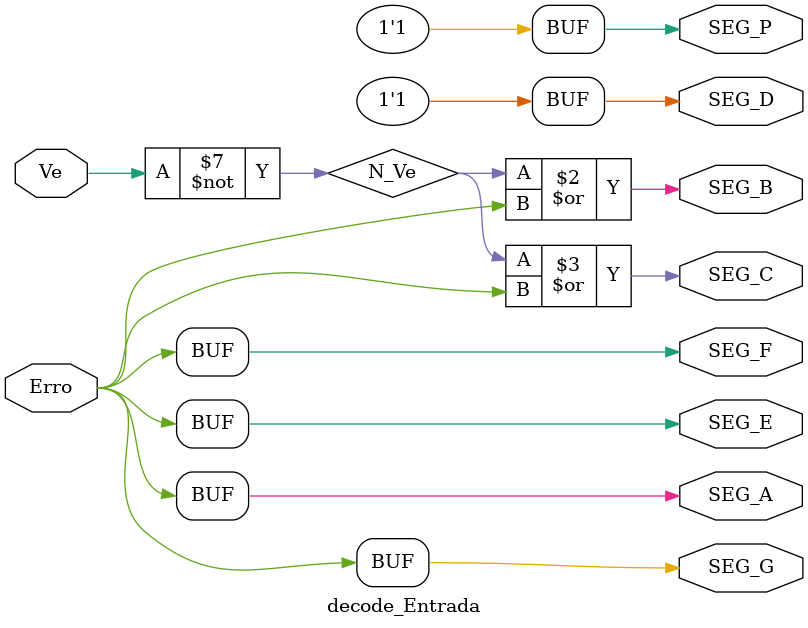
<source format=v>
module decode_Entrada(Erro, Ve, SEG_A, SEG_B, SEG_C, SEG_D, SEG_E, SEG_F, SEG_G, SEG_P);

input Erro, Ve;

output SEG_A, SEG_B, SEG_C, SEG_D, SEG_E, SEG_F, SEG_G, SEG_P;

// Entradas negadas
wire N_Ve;
not Not0 (N_Ve, Ve);

// Funcionamento do Circuito

//SEGMENTO A

or Or0 (SEG_A, Erro, Erro);

//SEGMENTO B

or Or1 (SEG_B, N_Ve, Erro);

//SEGMENTO C

or or2 (SEG_C, N_Ve, Erro);

//SEGMENTO D

not not0 (SEG_D, 0);

//SEGMENTO E

or or3 (SEG_E, Erro, Erro);

//SEGMENTO F

or Or4 (SEG_F, Erro, Erro);

//SEGMENTO G

or or5 (SEG_G, Erro, Erro);

//SEGMENTO P

not (SEG_P, 0);

endmodule 
</source>
